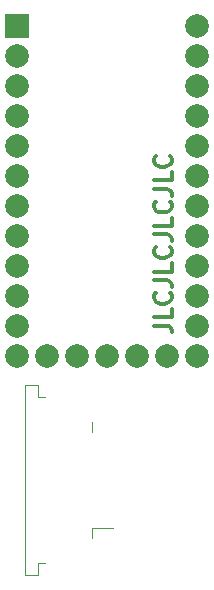
<source format=gbr>
%TF.GenerationSoftware,KiCad,Pcbnew,(6.0.4)*%
%TF.CreationDate,2024-05-03T15:54:38-07:00*%
%TF.ProjectId,left_staggered,6c656674-5f73-4746-9167-67657265642e,v1.0.0*%
%TF.SameCoordinates,Original*%
%TF.FileFunction,Legend,Bot*%
%TF.FilePolarity,Positive*%
%FSLAX46Y46*%
G04 Gerber Fmt 4.6, Leading zero omitted, Abs format (unit mm)*
G04 Created by KiCad (PCBNEW (6.0.4)) date 2024-05-03 15:54:38*
%MOMM*%
%LPD*%
G01*
G04 APERTURE LIST*
%ADD10C,0.300000*%
%ADD11C,0.150000*%
%ADD12C,0.120000*%
%ADD13R,2.000000X2.000000*%
%ADD14C,2.000000*%
G04 APERTURE END LIST*
D10*
X284478571Y-133928571D02*
X285550000Y-133928571D01*
X285764285Y-134000000D01*
X285907142Y-134142857D01*
X285978571Y-134357142D01*
X285978571Y-134500000D01*
X285978571Y-132500000D02*
X285978571Y-133214285D01*
X284478571Y-133214285D01*
X285835714Y-131142857D02*
X285907142Y-131214285D01*
X285978571Y-131428571D01*
X285978571Y-131571428D01*
X285907142Y-131785714D01*
X285764285Y-131928571D01*
X285621428Y-132000000D01*
X285335714Y-132071428D01*
X285121428Y-132071428D01*
X284835714Y-132000000D01*
X284692857Y-131928571D01*
X284550000Y-131785714D01*
X284478571Y-131571428D01*
X284478571Y-131428571D01*
X284550000Y-131214285D01*
X284621428Y-131142857D01*
X284478571Y-130071428D02*
X285550000Y-130071428D01*
X285764285Y-130142857D01*
X285907142Y-130285714D01*
X285978571Y-130500000D01*
X285978571Y-130642857D01*
X285978571Y-128642857D02*
X285978571Y-129357142D01*
X284478571Y-129357142D01*
X285835714Y-127285714D02*
X285907142Y-127357142D01*
X285978571Y-127571428D01*
X285978571Y-127714285D01*
X285907142Y-127928571D01*
X285764285Y-128071428D01*
X285621428Y-128142857D01*
X285335714Y-128214285D01*
X285121428Y-128214285D01*
X284835714Y-128142857D01*
X284692857Y-128071428D01*
X284550000Y-127928571D01*
X284478571Y-127714285D01*
X284478571Y-127571428D01*
X284550000Y-127357142D01*
X284621428Y-127285714D01*
X284478571Y-126214285D02*
X285550000Y-126214285D01*
X285764285Y-126285714D01*
X285907142Y-126428571D01*
X285978571Y-126642857D01*
X285978571Y-126785714D01*
X285978571Y-124785714D02*
X285978571Y-125500000D01*
X284478571Y-125500000D01*
X285835714Y-123428571D02*
X285907142Y-123500000D01*
X285978571Y-123714285D01*
X285978571Y-123857142D01*
X285907142Y-124071428D01*
X285764285Y-124214285D01*
X285621428Y-124285714D01*
X285335714Y-124357142D01*
X285121428Y-124357142D01*
X284835714Y-124285714D01*
X284692857Y-124214285D01*
X284550000Y-124071428D01*
X284478571Y-123857142D01*
X284478571Y-123714285D01*
X284550000Y-123500000D01*
X284621428Y-123428571D01*
X284478571Y-122357142D02*
X285550000Y-122357142D01*
X285764285Y-122428571D01*
X285907142Y-122571428D01*
X285978571Y-122785714D01*
X285978571Y-122928571D01*
X285978571Y-120928571D02*
X285978571Y-121642857D01*
X284478571Y-121642857D01*
X285835714Y-119571428D02*
X285907142Y-119642857D01*
X285978571Y-119857142D01*
X285978571Y-120000000D01*
X285907142Y-120214285D01*
X285764285Y-120357142D01*
X285621428Y-120428571D01*
X285335714Y-120500000D01*
X285121428Y-120500000D01*
X284835714Y-120428571D01*
X284692857Y-120357142D01*
X284550000Y-120214285D01*
X284478571Y-120000000D01*
X284478571Y-119857142D01*
X284550000Y-119642857D01*
X284621428Y-119571428D01*
D11*
%TO.C,*%
D12*
X275240000Y-139955000D02*
X274700000Y-139955000D01*
X274700000Y-155070000D02*
X274700000Y-154045000D01*
X273590000Y-155070000D02*
X274700000Y-155070000D01*
X279210000Y-142935000D02*
X279210000Y-142110000D01*
X279210000Y-151890000D02*
X279210000Y-151065000D01*
X273590000Y-138930000D02*
X273590000Y-155070000D01*
X274700000Y-154045000D02*
X275240000Y-154045000D01*
X279210000Y-151065000D02*
X281010000Y-151065000D01*
X274700000Y-139955000D02*
X274700000Y-138930000D01*
X274700000Y-138930000D02*
X273590000Y-138930000D01*
%TD*%
D13*
%TO.C,*%
X272880000Y-108580000D03*
D14*
X272880000Y-111120000D03*
X272880000Y-113660000D03*
X272880000Y-116200000D03*
X272880000Y-118740000D03*
X272880000Y-121280000D03*
X272880000Y-123820000D03*
X272880000Y-126360000D03*
X272880000Y-128900000D03*
X272880000Y-131440000D03*
X272880000Y-133980000D03*
X272880000Y-136520000D03*
X288120000Y-136520000D03*
X288120000Y-133980000D03*
X288120000Y-131440000D03*
X288120000Y-128900000D03*
X288120000Y-126360000D03*
X288120000Y-123820000D03*
X288120000Y-121280000D03*
X288120000Y-118740000D03*
X288120000Y-116200000D03*
X288120000Y-113660000D03*
X288120000Y-111120000D03*
X288120000Y-108580000D03*
X275420000Y-136520000D03*
X277960000Y-136520000D03*
X280500000Y-136520000D03*
X283040000Y-136520000D03*
X285580000Y-136520000D03*
%TD*%
M02*

</source>
